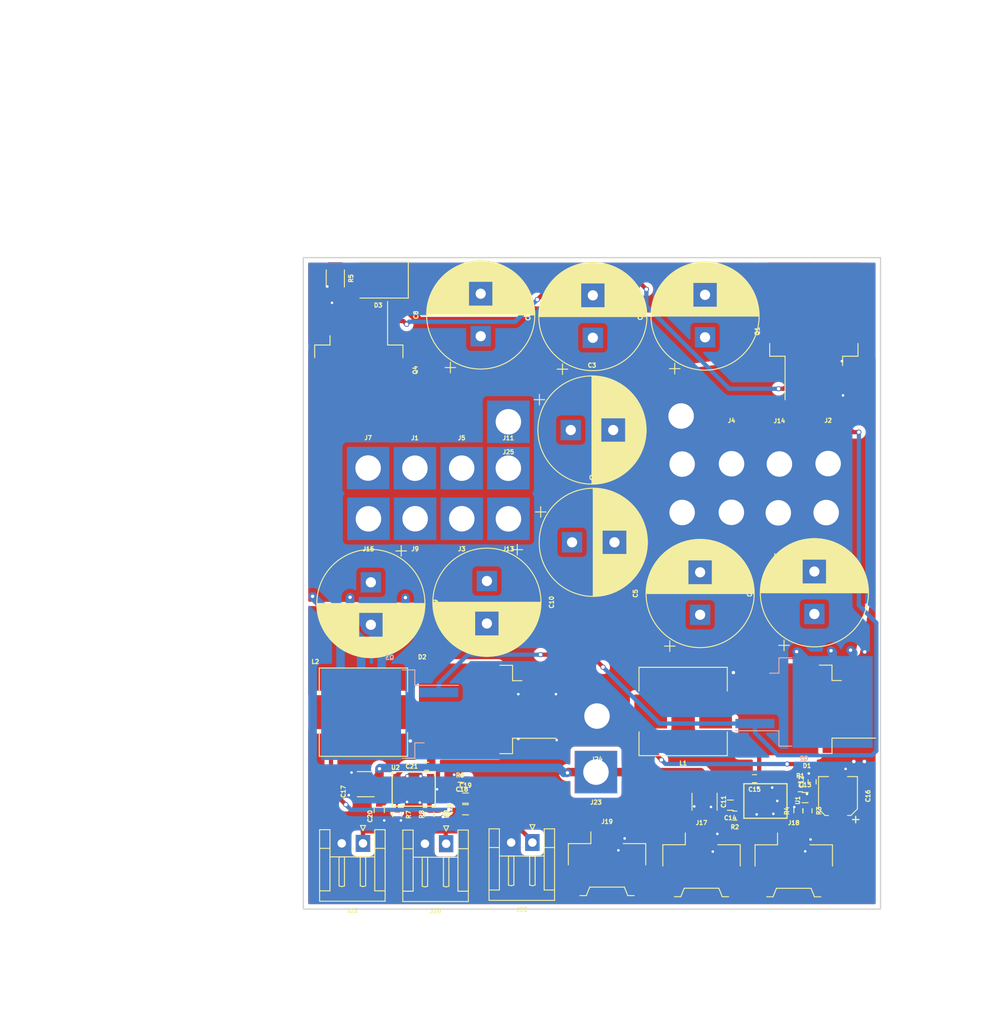
<source format=kicad_pcb>
(kicad_pcb (version 4) (host pcbnew 4.0.7)
  (layers (0 F.Cu signal) (1 In1.Cu signal) (2 In2.Cu signal) (31 B.Cu signal) (35 F.Paste user) (37 F.SilkS user) (39 F.Mask user) (44 Edge.Cuts user))
  (net 0 "")
  (net 1 +12V)
  (net 2 GND)
  (net 3 +48V)
  (net 4 "Net-(C12-Pad1)")
  (net 5 "Net-(C13-Pad1)")
  (net 6 "Net-(C14-Pad1)")
  (net 7 "Net-(C15-Pad1)")
  (net 8 "Net-(C15-Pad2)")
  (net 9 +12P)
  (net 10 "Net-(C18-Pad1)")
  (net 11 "Net-(C19-Pad1)")
  (net 12 "Net-(C20-Pad1)")
  (net 13 "Net-(C21-Pad1)")
  (net 14 "Net-(C21-Pad2)")
  (net 15 +5V)
  (net 16 "/Overvoltage protection/GATE")
  (net 17 "Net-(R2-Pad1)")
  (net 18 "Net-(R3-Pad2)")
  (net 19 "Net-(R7-Pad1)")
  (net 20 "Net-(R8-Pad2)")
  (module MB_LIB:via (layer F.Cu) (at 139.76 94.49)
    (fp_text reference " " (at 0 1.27) (layer F.SilkS))
    (fp_text value " ")
    (pad 1 thru_hole circle (at 0 0) (size 0.5 0.5) (drill 0.3) (layers *.Cu *.Mask) (net 2 GND))
  )
  (module MB_LIB:via (layer F.Cu) (at 135.33 94.49)
    (fp_text reference " " (at 0 1.27) (layer F.SilkS))
    (fp_text value " ")
    (pad 1 thru_hole circle (at 0 0) (size 0.5 0.5) (drill 0.3) (layers *.Cu *.Mask) (net 2 GND))
  )
  (module MB_LIB:via (layer F.Cu) (at 173.45 55.28)
    (fp_text reference " " (at 0 1.27) (layer F.SilkS))
    (fp_text value " ")
    (pad 1 thru_hole circle (at 0 0) (size 0.5 0.5) (drill 0.3) (layers *.Cu *.Mask) (net 2 GND))
  )
  (module MB_LIB:via (layer F.Cu) (at 173.58 59.31)
    (fp_text reference " " (at 0 1.27) (layer F.SilkS))
    (fp_text value " ")
    (pad 1 thru_hole circle (at 0 0) (size 0.5 0.5) (drill 0.3) (layers *.Cu *.Mask) (net 2 GND))
  )
  (module MB_LIB:via (layer F.Cu) (at 147.12 112.88)
    (fp_text reference " " (at 0 1.27) (layer F.SilkS))
    (fp_text value " ")
    (pad 1 thru_hole circle (at 0 0) (size 0.5 0.5) (drill 0.3) (layers *.Cu *.Mask) (net 2 GND))
  )
  (module MB_LIB:via (layer F.Cu) (at 158.24 113.03)
    (fp_text reference " " (at 0 1.27) (layer F.SilkS))
    (fp_text value " ")
    (pad 1 thru_hole circle (at 0 0) (size 0.5 0.5) (drill 0.3) (layers *.Cu *.Mask) (net 2 GND))
  )
  (module MB_LIB:via (layer F.Cu) (at 169.13 113)
    (fp_text reference " " (at 0 1.27) (layer F.SilkS))
    (fp_text value " ")
    (pad 1 thru_hole circle (at 0 0) (size 0.5 0.5) (drill 0.3) (layers *.Cu *.Mask) (net 2 GND))
  )
  (module MB_LIB:via (layer F.Cu) (at 169.76 111.6)
    (fp_text reference " " (at 0 1.27) (layer F.SilkS))
    (fp_text value " ")
    (pad 1 thru_hole circle (at 0 0) (size 0.5 0.5) (drill 0.3) (layers *.Cu *.Mask) (net 2 GND))
  )
  (module MB_LIB:via (layer F.Cu) (at 147.86 111.48)
    (fp_text reference " " (at 0 1.27) (layer F.SilkS))
    (fp_text value " ")
    (pad 1 thru_hole circle (at 0 0) (size 0.5 0.5) (drill 0.3) (layers *.Cu *.Mask) (net 2 GND))
  )
  (module MB_LIB:via (layer F.Cu) (at 158.78 110.94)
    (fp_text reference " " (at 0 1.27) (layer F.SilkS))
    (fp_text value " ")
    (pad 1 thru_hole circle (at 0 0) (size 0.5 0.5) (drill 0.3) (layers *.Cu *.Mask) (net 2 GND))
  )
  (module MB_LIB:via (layer F.Cu) (at 158.03 107.77)
    (fp_text reference " " (at 0 1.27) (layer F.SilkS))
    (fp_text value " ")
    (pad 1 thru_hole circle (at 0 0) (size 0.5 0.5) (drill 0.3) (layers *.Cu *.Mask) (net 2 GND))
  )
  (module MB_LIB:via (layer F.Cu) (at 156.06 107.71)
    (fp_text reference " " (at 0 1.27) (layer F.SilkS))
    (fp_text value " ")
    (pad 1 thru_hole circle (at 0 0) (size 0.5 0.5) (drill 0.3) (layers *.Cu *.Mask) (net 2 GND))
  )
  (module MB_LIB:via (layer F.Cu) (at 135.33 99.77)
    (fp_text reference " " (at 0 1.27) (layer F.SilkS))
    (fp_text value " ")
    (pad 1 thru_hole circle (at 0 0) (size 0.5 0.5) (drill 0.3) (layers *.Cu *.Mask) (net 2 GND))
  )
  (module MB_LIB:via (layer F.Cu) (at 139.85 99.9)
    (fp_text reference " " (at 0 1.27) (layer F.SilkS))
    (fp_text value " ")
    (pad 1 thru_hole circle (at 0 0) (size 0.5 0.5) (drill 0.3) (layers *.Cu *.Mask) (net 2 GND))
  )
  (module MB_LIB:via (layer F.Cu) (at 127.78 103.98)
    (fp_text reference " " (at 0 1.27) (layer F.SilkS))
    (fp_text value " ")
    (pad 1 thru_hole circle (at 0 0) (size 0.5 0.5) (drill 0.3) (layers *.Cu *.Mask) (net 2 GND))
  )
  (module MB_LIB:via (layer F.Cu) (at 115.68 103.72)
    (fp_text reference " " (at 0 1.27) (layer F.SilkS))
    (fp_text value " ")
    (pad 1 thru_hole circle (at 0 0) (size 0.5 0.5) (drill 0.3) (layers *.Cu *.Mask) (net 2 GND))
  )
  (module MB_LIB:via (layer F.Cu) (at 115.36 106.38)
    (fp_text reference " " (at 0 1.27) (layer F.SilkS))
    (fp_text value " ")
    (pad 1 thru_hole circle (at 0 0) (size 0.5 0.5) (drill 0.3) (layers *.Cu *.Mask) (net 2 GND))
  )
  (module MB_LIB:via (layer F.Cu) (at 119.54 109.36)
    (fp_text reference " " (at 0 1.27) (layer F.SilkS))
    (fp_text value " ")
    (pad 1 thru_hole circle (at 0 0) (size 0.5 0.5) (drill 0.3) (layers *.Cu *.Mask) (net 2 GND))
  )
  (module MB_LIB:via (layer F.Cu) (at 121.5 109.36)
    (fp_text reference " " (at 0 1.27) (layer F.SilkS))
    (fp_text value " ")
    (pad 1 thru_hole circle (at 0 0) (size 0.5 0.5) (drill 0.3) (layers *.Cu *.Mask) (net 2 GND))
  )
  (module MB_LIB:via (layer F.Cu) (at 112.83 46.49)
    (fp_text reference " " (at 0 1.27) (layer F.SilkS))
    (fp_text value " ")
    (pad 1 thru_hole circle (at 0 0) (size 0.5 0.5) (drill 0.3) (layers *.Cu *.Mask) (net 2 GND))
  )
  (module MB_LIB:via (layer F.Cu) (at 113.38 48.41)
    (fp_text reference " " (at 0 1.27) (layer F.SilkS))
    (fp_text value " ")
    (pad 1 thru_hole circle (at 0 0) (size 0.5 0.5) (drill 0.3) (layers *.Cu *.Mask) (net 2 GND))
  )
  (module MB_LIB:via (layer F.Cu) (at 126.44 108.96)
    (fp_text reference " " (at 0 1.27) (layer F.SilkS))
    (fp_text value " ")
    (pad 1 thru_hole circle (at 0 0) (size 0.5 0.5) (drill 0.3) (layers *.Cu *.Mask) (net 2 GND))
  )
  (module MB_LIB:via (layer F.Cu) (at 165.84 107.06)
    (fp_text reference " " (at 0 1.27) (layer F.SilkS))
    (fp_text value " ")
    (pad 1 thru_hole circle (at 0 0) (size 0.5 0.5) (drill 0.3) (layers *.Cu *.Mask) (net 2 GND))
  )
  (module MB_LIB:via (layer F.Cu) (at 125.77 105.69)
    (fp_text reference " " (at 0 1.27) (layer F.SilkS))
    (fp_text value " ")
    (pad 1 thru_hole circle (at 0 0) (size 0.5 0.5) (drill 0.3) (layers *.Cu *.Mask) (net 2 GND))
  )
  (module MB_LIB:via (layer F.Cu) (at 123.73 107.25)
    (fp_text reference " " (at 0 1.27) (layer F.SilkS))
    (fp_text value " ")
    (pad 1 thru_hole circle (at 0 0) (size 0.5 0.5) (drill 0.3) (layers *.Cu *.Mask) (net 2 GND))
  )
  (module MB_LIB:via (layer F.Cu) (at 122.22 107.18)
    (fp_text reference " " (at 0 1.27) (layer F.SilkS))
    (fp_text value " ")
    (pad 1 thru_hole circle (at 0 0) (size 0.5 0.5) (drill 0.3) (layers *.Cu *.Mask) (net 2 GND))
  )
  (module MB_LIB:via (layer F.Cu) (at 123.82 104.16)
    (fp_text reference " " (at 0 1.27) (layer F.SilkS))
    (fp_text value " ")
    (pad 1 thru_hole circle (at 0 0) (size 0.5 0.5) (drill 0.3) (layers *.Cu *.Mask) (net 2 GND))
  )
  (module MB_LIB:via (layer F.Cu) (at 122.26 104.14)
    (fp_text reference " " (at 0 1.27) (layer F.SilkS))
    (fp_text value " ")
    (pad 1 thru_hole circle (at 0 0) (size 0.5 0.5) (drill 0.3) (layers *.Cu *.Mask) (net 2 GND))
  )
  (module MB_LIB:via (layer F.Cu) (at 165.24 105.49)
    (fp_text reference " " (at 0 1.27) (layer F.SilkS))
    (fp_text value " ")
    (pad 1 thru_hole circle (at 0 0) (size 0.5 0.5) (drill 0.3) (layers *.Cu *.Mask) (net 2 GND))
  )
  (module MB_LIB:via (layer F.Cu) (at 163.55 105.49)
    (fp_text reference " " (at 0 1.27) (layer F.SilkS))
    (fp_text value " ")
    (pad 1 thru_hole circle (at 0 0) (size 0.5 0.5) (drill 0.3) (layers *.Cu *.Mask) (net 2 GND))
  )
  (module MB_LIB:via (layer F.Cu) (at 163.41 108.65)
    (fp_text reference " " (at 0 1.27) (layer F.SilkS))
    (fp_text value " ")
    (pad 1 thru_hole circle (at 0 0) (size 0.5 0.5) (drill 0.3) (layers *.Cu *.Mask) (net 2 GND))
  )
  (module MB_LIB:via (layer F.Cu) (at 165.38 108.58)
    (fp_text reference " " (at 0 1.27) (layer F.SilkS))
    (fp_text value " ")
    (pad 1 thru_hole circle (at 0 0) (size 0.5 0.5) (drill 0.3) (layers *.Cu *.Mask) (net 2 GND))
  )
  (module MB_LIB:via (layer F.Cu) (at 167.84 107.78)
    (fp_text reference " " (at 0 1.27) (layer F.SilkS))
    (fp_text value " ")
    (pad 1 thru_hole circle (at 0 0) (size 0.5 0.5) (drill 0.3) (layers *.Cu *.Mask) (net 2 GND))
  )
  (module MB_LIB:via (layer F.Cu) (at 169.34 106.24)
    (fp_text reference " " (at 0 1.27) (layer F.SilkS))
    (fp_text value " ")
    (pad 1 thru_hole circle (at 0 0) (size 0.5 0.5) (drill 0.3) (layers *.Cu *.Mask) (net 2 GND))
  )
  (module MB_LIB:via (layer F.Cu) (at 169.55 103.83)
    (fp_text reference " " (at 0 1.27) (layer F.SilkS))
    (fp_text value " ")
    (pad 1 thru_hole circle (at 0 0) (size 0.5 0.5) (drill 0.3) (layers *.Cu *.Mask) (net 2 GND))
  )
  (module Capacitor_THT:CP_Radial_D12.5mm_P5.00mm (layer F.Cu) (at 157.33 52.47 90)
    (fp_text reference C2 (at 2.5 -7.62 90) (layer F.SilkS) (effects (font (size 0.5 0.5) (thickness 0.125))))
    (fp_text value 2m2)
    (pad 1 thru_hole rect (at 0 0 90) (size 2.4 2.4) (drill 1.2) (layers *.Cu *.Mask) (net 1 +12V))
    (pad 2 thru_hole circle (at 5 0 90) (size 2.4 2.4) (drill 1.2) (layers *.Cu *.Mask) (net 2 GND))
  )
  (module Capacitor_THT:CP_Radial_D12.5mm_P5.00mm (layer F.Cu) (at 141.51 63.39)
    (fp_text reference C3 (at 2.5 -7.62) (layer F.SilkS) (effects (font (size 0.5 0.5) (thickness 0.125))))
    (fp_text value 2m2)
    (pad 1 thru_hole rect (at 0 0) (size 2.4 2.4) (drill 1.2) (layers *.Cu *.Mask) (net 1 +12V))
    (pad 2 thru_hole circle (at 5 0) (size 2.4 2.4) (drill 1.2) (layers *.Cu *.Mask) (net 2 GND))
  )
  (module Capacitor_THT:CP_Radial_D12.5mm_P5.00mm (layer F.Cu) (at 170.21 85.05 90)
    (fp_text reference C4 (at 2.5 -7.62 90) (layer F.SilkS) (effects (font (size 0.5 0.5) (thickness 0.125))))
    (fp_text value 2m2)
    (pad 1 thru_hole rect (at 0 0 90) (size 2.4 2.4) (drill 1.2) (layers *.Cu *.Mask) (net 1 +12V))
    (pad 2 thru_hole circle (at 5 0 90) (size 2.4 2.4) (drill 1.2) (layers *.Cu *.Mask) (net 2 GND))
  )
  (module Capacitor_THT:CP_Radial_D12.5mm_P5.00mm (layer F.Cu) (at 156.75 85.14 90)
    (fp_text reference C5 (at 2.5 -7.62 90) (layer F.SilkS) (effects (font (size 0.5 0.5) (thickness 0.125))))
    (fp_text value 2m2)
    (pad 1 thru_hole rect (at 0 0 90) (size 2.4 2.4) (drill 1.2) (layers *.Cu *.Mask) (net 1 +12V))
    (pad 2 thru_hole circle (at 5 0 90) (size 2.4 2.4) (drill 1.2) (layers *.Cu *.Mask) (net 2 GND))
  )
  (module Capacitor_THT:CP_Radial_D12.5mm_P5.00mm (layer F.Cu) (at 141.66 76.61)
    (fp_text reference C6 (at 2.5 -7.62) (layer F.SilkS) (effects (font (size 0.5 0.5) (thickness 0.125))))
    (fp_text value 2m2)
    (pad 1 thru_hole rect (at 0 0) (size 2.4 2.4) (drill 1.2) (layers *.Cu *.Mask) (net 1 +12V))
    (pad 2 thru_hole circle (at 5 0) (size 2.4 2.4) (drill 1.2) (layers *.Cu *.Mask) (net 2 GND))
  )
  (module Capacitor_THT:CP_Radial_D12.5mm_P5.00mm (layer F.Cu) (at 144.11 52.53 90)
    (fp_text reference C7 (at 2.5 -7.62 90) (layer F.SilkS) (effects (font (size 0.5 0.5) (thickness 0.125))))
    (fp_text value 2m2)
    (pad 1 thru_hole rect (at 0 0 90) (size 2.4 2.4) (drill 1.2) (layers *.Cu *.Mask) (net 1 +12V))
    (pad 2 thru_hole circle (at 5 0 90) (size 2.4 2.4) (drill 1.2) (layers *.Cu *.Mask) (net 2 GND))
  )
  (module Capacitor_THT:CP_Radial_D12.5mm_P5.00mm (layer F.Cu) (at 130.9 52.34 90)
    (fp_text reference C8 (at 2.5 -7.62 90) (layer F.SilkS) (effects (font (size 0.5 0.5) (thickness 0.125))))
    (fp_text value 2m2)
    (pad 1 thru_hole rect (at 0 0 90) (size 2.4 2.4) (drill 1.2) (layers *.Cu *.Mask) (net 1 +12V))
    (pad 2 thru_hole circle (at 5 0 90) (size 2.4 2.4) (drill 1.2) (layers *.Cu *.Mask) (net 2 GND))
  )
  (module Capacitor_THT:CP_Radial_D12.5mm_P5.00mm (layer F.Cu) (at 117.96 81.32 270)
    (fp_text reference C9 (at 2.5 -7.62 270) (layer F.SilkS) (effects (font (size 0.5 0.5) (thickness 0.125))))
    (fp_text value 2m2)
    (pad 1 thru_hole rect (at 0 0 270) (size 2.4 2.4) (drill 1.2) (layers *.Cu *.Mask) (net 1 +12V))
    (pad 2 thru_hole circle (at 5 0 270) (size 2.4 2.4) (drill 1.2) (layers *.Cu *.Mask) (net 2 GND))
  )
  (module Capacitor_THT:CP_Radial_D12.5mm_P5.00mm (layer F.Cu) (at 131.63 81.17 270)
    (fp_text reference C10 (at 2.5 -7.62 270) (layer F.SilkS) (effects (font (size 0.5 0.5) (thickness 0.125))))
    (fp_text value 2m2)
    (pad 1 thru_hole rect (at 0 0 270) (size 2.4 2.4) (drill 1.2) (layers *.Cu *.Mask) (net 1 +12V))
    (pad 2 thru_hole circle (at 5 0 270) (size 2.4 2.4) (drill 1.2) (layers *.Cu *.Mask) (net 2 GND))
  )
  (module Capacitors_SMD:C_1210 (layer F.Cu) (at 157.269847 107.155339 270)
    (fp_text reference C11 (at 0 -2.25 270) (layer F.SilkS) (effects (font (size 0.5 0.5) (thickness 0.125))))
    (fp_text value 3.3uF)
    (pad 1 smd rect (at -1.5 0 270) (size 1 2.5) (layers F.Cu F.Paste F.Mask) (net 3 +48V))
    (pad 2 smd rect (at 1.5 0 270) (size 1 2.5) (layers F.Cu F.Paste F.Mask) (net 2 GND))
  )
  (module Capacitors_SMD:C_0402 (layer F.Cu) (at 169.944007 104.820715 90)
    (fp_text reference C12 (at 0 -1.27 90) (layer F.SilkS) (effects (font (size 0.5 0.5) (thickness 0.125))))
    (fp_text value 750pF50V)
    (pad 1 smd rect (at -0.55 0 90) (size 0.6 0.5) (layers F.Cu F.Paste F.Mask) (net 4 "Net-(C12-Pad1)"))
    (pad 2 smd rect (at 0.55 0 90) (size 0.6 0.5) (layers F.Cu F.Paste F.Mask) (net 2 GND))
  )
  (module Capacitors_SMD:C_0603 (layer F.Cu) (at 169.124007 106.670715)
    (fp_text reference C13 (at 0 -1.5) (layer F.SilkS) (effects (font (size 0.5 0.5) (thickness 0.125))))
    (fp_text value 6.8pF100V)
    (pad 2 smd rect (at 0.75 0) (size 0.8 0.75) (layers F.Cu F.Paste F.Mask) (net 2 GND))
    (pad 1 smd rect (at -0.75 0) (size 0.8 0.75) (layers F.Cu F.Paste F.Mask) (net 5 "Net-(C13-Pad1)"))
  )
  (module Capacitors_SMD:C_0603 (layer F.Cu) (at 160.304007 107.560715 180)
    (fp_text reference C14 (at 0 -1.5 180) (layer F.SilkS) (effects (font (size 0.5 0.5) (thickness 0.125))))
    (fp_text value 2.7nF50V)
    (pad 2 smd rect (at 0.75 0 180) (size 0.8 0.75) (layers F.Cu F.Paste F.Mask) (net 2 GND))
    (pad 1 smd rect (at -0.75 0 180) (size 0.8 0.75) (layers F.Cu F.Paste F.Mask) (net 6 "Net-(C14-Pad1)"))
  )
  (module Capacitors_SMD:C_0402 (layer F.Cu) (at 163.16 104.44 180)
    (fp_text reference C15 (at 0 -1.27 180) (layer F.SilkS) (effects (font (size 0.5 0.5) (thickness 0.125))))
    (fp_text value 100nF)
    (pad 1 smd rect (at -0.55 0 180) (size 0.6 0.5) (layers F.Cu F.Paste F.Mask) (net 7 "Net-(C15-Pad1)"))
    (pad 2 smd rect (at 0.55 0 180) (size 0.6 0.5) (layers F.Cu F.Paste F.Mask) (net 8 "Net-(C15-Pad2)"))
  )
  (module Capacitor_SMD:CP_Elec_4x5.3 (layer F.Cu) (at 172.989847 106.485339 90)
    (fp_text reference C16 (at 0 3.54 90) (layer F.SilkS) (effects (font (size 0.5 0.5) (thickness 0.125))))
    (fp_text value 4.7uF)
    (fp_text user + (at -2.77 2.01 90) (layer F.SilkS))
    (pad 1 smd rect (at -1.8 0 270) (size 2.6 1.6) (layers F.Cu F.Paste F.Mask) (net 9 +12P))
    (pad 2 smd rect (at 1.8 0 270) (size 2.6 1.6) (layers F.Cu F.Paste F.Mask) (net 2 GND))
  )
  (module Capacitors_SMD:C_1210 (layer F.Cu) (at 117.356567 105.090779 180)
    (fp_text reference C17 (at 2.636567 -0.859221 270) (layer F.SilkS) (effects (font (size 0.5 0.5) (thickness 0.125))))
    (fp_text value 3.3uF)
    (pad 1 smd rect (at -1.5 0 180) (size 1 2.5) (layers F.Cu F.Paste F.Mask) (net 3 +48V))
    (pad 2 smd rect (at 1.5 0 180) (size 1 2.5) (layers F.Cu F.Paste F.Mask) (net 2 GND))
  )
  (module Capacitors_SMD:C_0402 (layer F.Cu) (at 128.686567 104.430779 180)
    (fp_text reference C18 (at 0 -1.27 180) (layer F.SilkS) (effects (font (size 0.5 0.5) (thickness 0.125))))
    (fp_text value 1.8nF50V)
    (pad 1 smd rect (at -0.55 0 180) (size 0.6 0.5) (layers F.Cu F.Paste F.Mask) (net 10 "Net-(C18-Pad1)"))
    (pad 2 smd rect (at 0.55 0 180) (size 0.6 0.5) (layers F.Cu F.Paste F.Mask) (net 2 GND))
  )
  (module Capacitors_SMD:C_0603 (layer F.Cu) (at 129.106567 106.730779)
    (fp_text reference C19 (at 0 -1.5) (layer F.SilkS) (effects (font (size 0.5 0.5) (thickness 0.125))))
    (fp_text value 6.8pF100V)
    (pad 2 smd rect (at 0.75 0) (size 0.8 0.75) (layers F.Cu F.Paste F.Mask) (net 2 GND))
    (pad 1 smd rect (at -0.75 0) (size 0.8 0.75) (layers F.Cu F.Paste F.Mask) (net 11 "Net-(C19-Pad1)"))
  )
  (module Capacitors_SMD:C_0603 (layer F.Cu) (at 118.946567 108.100779 270)
    (fp_text reference C20 (at 0.779221 1.076567 270) (layer F.SilkS) (effects (font (size 0.5 0.5) (thickness 0.125))))
    (fp_text value 2.7nF50V)
    (pad 2 smd rect (at 0.75 0 270) (size 0.8 0.75) (layers F.Cu F.Paste F.Mask) (net 2 GND))
    (pad 1 smd rect (at -0.75 0 270) (size 0.8 0.75) (layers F.Cu F.Paste F.Mask) (net 12 "Net-(C20-Pad1)"))
  )
  (module Capacitors_SMD:C_0402 (layer F.Cu) (at 124.521431 102.987911 180)
    (fp_text reference C21 (at 1.74 0 180) (layer F.SilkS) (effects (font (size 0.5 0.5) (thickness 0.125))))
    (fp_text value 100nF)
    (pad 1 smd rect (at -0.55 0 180) (size 0.6 0.5) (layers F.Cu F.Paste F.Mask) (net 13 "Net-(C21-Pad1)"))
    (pad 2 smd rect (at 0.55 0 180) (size 0.6 0.5) (layers F.Cu F.Paste F.Mask) (net 14 "Net-(C21-Pad2)"))
  )
  (module Capacitors_SMD:C_0603 (layer F.Cu) (at 129.11 108.1)
    (fp_text reference C22 (at -1.817911 -0.058569 90) (layer F.SilkS) (effects (font (size 0.5 0.5) (thickness 0.125))))
    (fp_text value 47uF)
    (pad 2 smd rect (at 0.75 0) (size 0.8 0.75) (layers F.Cu F.Paste F.Mask) (net 2 GND))
    (pad 1 smd rect (at -0.75 0) (size 0.8 0.75) (layers F.Cu F.Paste F.Mask) (net 15 +5V))
  )
  (module TO_SOT_Packages_SMD:TO-263-2 (layer F.Cu) (at 169.3344 96.275012 180)
    (fp_text reference D1 (at 0 -6.65 180) (layer F.SilkS) (effects (font (size 0.5 0.5) (thickness 0.125))))
    (fp_text value STPS20M100S)
    (pad 1 smd rect (at -5.775 -2.54 180) (size 4.6 1.1) (layers F.Cu F.Paste F.Mask) (net 2 GND))
    (pad 3 smd rect (at -5.775 2.54 180) (size 4.6 1.1) (layers F.Cu F.Paste F.Mask) (net 2 GND))
    (pad 2 smd rect (at 3.375 0 180) (size 9.4 10.8) (layers F.Cu F.Mask) (net 7 "Net-(C15-Pad1)"))
    (pad 2 smd rect (at 5.8 2.775 180) (size 4.55 5.25) (layers F.Cu F.Paste) (net 7 "Net-(C15-Pad1)"))
    (pad 2 smd rect (at 0.95 -2.775 180) (size 4.55 5.25) (layers F.Cu F.Paste) (net 7 "Net-(C15-Pad1)"))
    (pad 2 smd rect (at 5.8 -2.775 180) (size 4.55 5.25) (layers F.Cu F.Paste) (net 7 "Net-(C15-Pad1)"))
    (pad 2 smd rect (at 0.95 2.775 180) (size 4.55 5.25) (layers F.Cu F.Paste) (net 7 "Net-(C15-Pad1)"))
  )
  (module TO_SOT_Packages_SMD:TO-263-2 (layer F.Cu) (at 131.7 96.295 180)
    (fp_text reference D2 (at 7.69 6.175 180) (layer F.SilkS) (effects (font (size 0.5 0.5) (thickness 0.125))))
    (fp_text value STPS20M100S)
    (pad 1 smd rect (at -5.775 -2.54 180) (size 4.6 1.1) (layers F.Cu F.Paste F.Mask) (net 2 GND))
    (pad 3 smd rect (at -5.775 2.54 180) (size 4.6 1.1) (layers F.Cu F.Paste F.Mask) (net 2 GND))
    (pad 2 smd rect (at 3.375 0 180) (size 9.4 10.8) (layers F.Cu F.Mask) (net 13 "Net-(C21-Pad1)"))
    (pad 2 smd rect (at 5.8 2.775 180) (size 4.55 5.25) (layers F.Cu F.Paste) (net 13 "Net-(C21-Pad1)"))
    (pad 2 smd rect (at 0.95 -2.775 180) (size 4.55 5.25) (layers F.Cu F.Paste) (net 13 "Net-(C21-Pad1)"))
    (pad 2 smd rect (at 5.8 -2.775 180) (size 4.55 5.25) (layers F.Cu F.Paste) (net 13 "Net-(C21-Pad1)"))
    (pad 2 smd rect (at 0.95 2.775 180) (size 4.55 5.25) (layers F.Cu F.Paste) (net 13 "Net-(C21-Pad1)"))
  )
  (module Diodes_SMD:D_SMB (layer F.Cu) (at 118.82 45.7 180)
    (fp_text reference D3 (at 0 -3 180) (layer F.SilkS) (effects (font (size 0.5 0.5) (thickness 0.125))))
    (fp_text value "10V 3W")
    (pad 1 smd rect (at -2.15 0 180) (size 2.5 2.3) (layers F.Cu F.Paste F.Mask) (net 1 +12V))
    (pad 2 smd rect (at 2.15 0 180) (size 2.5 2.3) (layers F.Cu F.Paste F.Mask) (net 16 "/Overvoltage protection/GATE"))
  )
  (module MB_LIB:via (layer F.Cu) (at 171.83 67.34 180)
    (fp_text reference J2 (at 0 5.08 180) (layer F.SilkS) (effects (font (size 0.5 0.5) (thickness 0.125))))
    (fp_text value Conn_01x01)
    (pad 1 thru_hole circle (at 0 0 180) (size 5 5) (drill 3) (layers *.Cu *.Mask) (net 2 GND))
  )
  (module MB_LIB:via (layer F.Cu) (at 160.45 67.36 180)
    (fp_text reference J4 (at 0 5.08 180) (layer F.SilkS) (effects (font (size 0.5 0.5) (thickness 0.125))))
    (fp_text value Conn_01x01)
    (pad 1 thru_hole circle (at 0 0 180) (size 5 5) (drill 3) (layers *.Cu *.Mask) (net 2 GND))
  )
  (module MB_LIB:via (layer F.Cu) (at 154.63 67.4)
    (fp_text reference J6 (at 0 5.08) (layer F.SilkS) (effects (font (size 0.5 0.5) (thickness 0.125))))
    (fp_text value Conn_01x01)
    (pad 1 thru_hole circle (at 0 0) (size 5 5) (drill 3) (layers *.Cu *.Mask) (net 2 GND))
  )
  (module MB_LIB:via (layer F.Cu) (at 160.43 73.08)
    (fp_text reference J8 (at 0 5.08) (layer F.SilkS) (effects (font (size 0.5 0.5) (thickness 0.125))))
    (fp_text value Conn_01x01)
    (pad 1 thru_hole circle (at 0 0) (size 5 5) (drill 3) (layers *.Cu *.Mask) (net 2 GND))
  )
  (module MB_LIB:via (layer F.Cu) (at 165.96 73.14)
    (fp_text reference J10 (at 0 5.08) (layer F.SilkS) (effects (font (size 0.5 0.5) (thickness 0.125))))
    (fp_text value Conn_01x01)
    (pad 1 thru_hole circle (at 0 0) (size 5 5) (drill 3) (layers *.Cu *.Mask) (net 2 GND))
  )
  (module MB_LIB:via (layer F.Cu) (at 171.6 73.11 180)
    (fp_text reference J12 (at 0 5.08 180) (layer F.SilkS) (effects (font (size 0.5 0.5) (thickness 0.125))))
    (fp_text value Conn_01x01)
    (pad 1 thru_hole circle (at 0 0 180) (size 5 5) (drill 3) (layers *.Cu *.Mask) (net 2 GND))
  )
  (module MB_LIB:via (layer F.Cu) (at 166.09 67.39 180)
    (fp_text reference J14 (at 0 5.08 180) (layer F.SilkS) (effects (font (size 0.5 0.5) (thickness 0.125))))
    (fp_text value Conn_01x01)
    (pad 1 thru_hole circle (at 0 0 180) (size 5 5) (drill 3) (layers *.Cu *.Mask) (net 2 GND))
  )
  (module MB_LIB:via (layer F.Cu) (at 154.63 73.1)
    (fp_text reference J16 (at 0 5.08) (layer F.SilkS) (effects (font (size 0.5 0.5) (thickness 0.125))))
    (fp_text value Conn_01x01)
    (pad 1 thru_hole circle (at 0 0) (size 5 5) (drill 3) (layers *.Cu *.Mask) (net 2 GND))
  )
  (module Connector_Molex:Molex_Panelmate_53780-0370_1x03_P1.25mm_Horizontal (layer F.Cu) (at 156.915001 114.58)
    (fp_text reference J17 (at 0 -4.95) (layer F.SilkS) (effects (font (size 0.5 0.5) (thickness 0.125))))
    (fp_text value Conn_01x03)
    (pad 1 smd rect (at -1.25 -2.8) (size 0.8 1.9) (layers F.Cu F.Paste F.Mask))
    (pad 2 smd rect (at 0 -2.8) (size 0.8 1.9) (layers F.Cu F.Paste F.Mask) (net 9 +12P))
    (pad 3 smd rect (at 1.25 -2.8) (size 0.8 1.9) (layers F.Cu F.Paste F.Mask) (net 2 GND))
    (pad "" smd rect (at -4.1 2.075) (size 1.3 3.35) (layers F.Cu F.Paste F.Mask))
    (pad "" smd rect (at 4.1 2.075) (size 1.3 3.35) (layers F.Cu F.Paste F.Mask))
  )
  (module Connector_Molex:Molex_Panelmate_53780-0370_1x03_P1.25mm_Horizontal (layer F.Cu) (at 167.78 114.59)
    (fp_text reference J18 (at 0 -4.95) (layer F.SilkS) (effects (font (size 0.5 0.5) (thickness 0.125))))
    (fp_text value Conn_01x03)
    (pad 1 smd rect (at -1.25 -2.8) (size 0.8 1.9) (layers F.Cu F.Paste F.Mask))
    (pad 2 smd rect (at 0 -2.8) (size 0.8 1.9) (layers F.Cu F.Paste F.Mask) (net 9 +12P))
    (pad 3 smd rect (at 1.25 -2.8) (size 0.8 1.9) (layers F.Cu F.Paste F.Mask) (net 2 GND))
    (pad "" smd rect (at -4.1 2.075) (size 1.3 3.35) (layers F.Cu F.Paste F.Mask))
    (pad "" smd rect (at 4.1 2.075) (size 1.3 3.35) (layers F.Cu F.Paste F.Mask))
  )
  (module Connector_Molex:Molex_Panelmate_53780-0370_1x03_P1.25mm_Horizontal (layer F.Cu) (at 145.785001 114.45)
    (fp_text reference J19 (at 0 -4.95) (layer F.SilkS) (effects (font (size 0.5 0.5) (thickness 0.125))))
    (fp_text value Conn_01x03)
    (pad 1 smd rect (at -1.25 -2.8) (size 0.8 1.9) (layers F.Cu F.Paste F.Mask))
    (pad 2 smd rect (at 0 -2.8) (size 0.8 1.9) (layers F.Cu F.Paste F.Mask) (net 9 +12P))
    (pad 3 smd rect (at 1.25 -2.8) (size 0.8 1.9) (layers F.Cu F.Paste F.Mask) (net 2 GND))
    (pad "" smd rect (at -4.1 2.075) (size 1.3 3.35) (layers F.Cu F.Paste F.Mask))
    (pad "" smd rect (at 4.1 2.075) (size 1.3 3.35) (layers F.Cu F.Paste F.Mask))
  )
  (module Connector_JST:JST_EH_S02B-EH_1x02_P2.50mm_Horizontal (layer F.Cu) (at 126.83 112.1 180)
    (fp_text reference J20 (at 1.25 -7.9 180) (layer F.SilkS) (effects (font (size 0.5 0.5) (thickness 0.125))))
    (fp_text value Conn_01x02)
    (pad 1 thru_hole rect (at 0 0 180) (size 1.7 2) (drill 1) (layers *.Cu *.Mask) (net 15 +5V))
    (pad 2 thru_hole oval (at 2.5 0 180) (size 1.7 2) (drill 1) (layers *.Cu *.Mask) (net 2 GND))
  )
  (module Connector_JST:JST_EH_S02B-EH_1x02_P2.50mm_Horizontal (layer F.Cu) (at 117.03 112.06 180)
    (fp_text reference J21 (at 1.25 -7.9 180) (layer F.SilkS) (effects (font (size 0.5 0.5) (thickness 0.125))))
    (fp_text value Conn_01x02)
    (pad 1 thru_hole rect (at 0 0 180) (size 1.7 2) (drill 1) (layers *.Cu *.Mask) (net 15 +5V))
    (pad 2 thru_hole oval (at 2.5 0 180) (size 1.7 2) (drill 1) (layers *.Cu *.Mask) (net 2 GND))
  )
  (module Connector_JST:JST_EH_S02B-EH_1x02_P2.50mm_Horizontal (layer F.Cu) (at 136.99 111.96 180)
    (fp_text reference J22 (at 1.25 -7.9 180) (layer F.SilkS) (effects (font (size 0.5 0.5) (thickness 0.125))))
    (fp_text value Conn_01x02)
    (pad 1 thru_hole rect (at 0 0 180) (size 1.7 2) (drill 1) (layers *.Cu *.Mask) (net 15 +5V))
    (pad 2 thru_hole oval (at 2.5 0 180) (size 1.7 2) (drill 1) (layers *.Cu *.Mask) (net 2 GND))
  )
  (module Inductors_SMD:L_Wuerth_HCI-1050 (layer F.Cu) (at 154.75 96.53 180)
    (fp_text reference L1 (at 0 -6.1 180) (layer F.SilkS) (effects (font (size 0.5 0.5) (thickness 0.125))))
    (fp_text value 16uH)
    (pad 1 smd rect (at -3.825 0 180) (size 3.85 4) (layers F.Cu F.Paste F.Mask) (net 7 "Net-(C15-Pad1)"))
    (pad 2 smd rect (at 3.825 0 180) (size 3.85 4) (layers F.Cu F.Paste F.Mask) (net 9 +12P))
  )
  (module Inductors_SMD:L_Wuerth_HCI-1050 (layer F.Cu) (at 117.085 96.61 180)
    (fp_text reference L2 (at 5.675 5.94 360) (layer F.SilkS) (effects (font (size 0.5 0.5) (thickness 0.125))))
    (fp_text value 6.5uH)
    (pad 1 smd rect (at -3.825 0 180) (size 3.85 4) (layers F.Cu F.Paste F.Mask) (net 13 "Net-(C21-Pad1)"))
    (pad 2 smd rect (at 3.825 0 180) (size 3.85 4) (layers F.Cu F.Paste F.Mask) (net 15 +5V))
  )
  (module TO_SOT_Packages_SMD:TO-263-2 (layer F.Cu) (at 170.145 51.75 90)
    (fp_text reference Q1 (at 0 -6.65 90) (layer F.SilkS) (effects (font (size 0.5 0.5) (thickness 0.125))))
    (fp_text value IRF540S)
    (pad 1 smd rect (at -5.775 -2.54 90) (size 4.6 1.1) (layers F.Cu F.Paste F.Mask) (net 16 "/Overvoltage protection/GATE"))
    (pad 3 smd rect (at -5.775 2.54 90) (size 4.6 1.1) (layers F.Cu F.Paste F.Mask) (net 2 GND))
    (pad 2 smd rect (at 3.375 0 90) (size 9.4 10.8) (layers F.Cu F.Mask) (net 1 +12V))
    (pad 2 smd rect (at 5.8 2.775 90) (size 4.55 5.25) (layers F.Cu F.Paste) (net 1 +12V))
    (pad 2 smd rect (at 0.95 -2.775 90) (size 4.55 5.25) (layers F.Cu F.Paste) (net 1 +12V))
    (pad 2 smd rect (at 5.8 -2.775 90) (size 4.55 5.25) (layers F.Cu F.Paste) (net 1 +12V))
    (pad 2 smd rect (at 0.95 2.775 90) (size 4.55 5.25) (layers F.Cu F.Paste) (net 1 +12V))
  )
  (module TO_SOT_Packages_SMD:TO-263-2 (layer B.Cu) (at 168.985 95.41)
    (fp_text reference Q2 (at 0 6.65) (layer B.SilkS) (effects (font (size 0.5 0.5) (thickness 0.125)) (justify mirror)))
    (fp_text value IRF540S)
    (pad 1 smd rect (at -5.775 2.54) (size 4.6 1.1) (layers B.Cu) (net 16 "/Overvoltage protection/GATE"))
    (pad 3 smd rect (at -5.775 -2.54) (size 4.6 1.1) (layers B.Cu) (net 2 GND))
    (pad 2 smd rect (at 3.375 0) (size 9.4 10.8) (layers B.Cu) (net 1 +12V))
    (pad 2 smd rect (at 5.8 -2.775) (size 4.55 5.25) (layers B.Cu) (net 1 +12V))
    (pad 2 smd rect (at 0.95 2.775) (size 4.55 5.25) (layers B.Cu) (net 1 +12V))
    (pad 2 smd rect (at 5.8 2.775) (size 4.55 5.25) (layers B.Cu) (net 1 +12V))
    (pad 2 smd rect (at 0.95 -2.775) (size 4.55 5.25) (layers B.Cu) (net 1 +12V))
  )
  (module TO_SOT_Packages_SMD:TO-263-2 (layer B.Cu) (at 120.19 96.835 180)
    (fp_text reference Q3 (at 0 6.65 180) (layer B.SilkS) (effects (font (size 0.5 0.5) (thickness 0.125)) (justify mirror)))
    (fp_text value IRF540S)
    (pad 1 smd rect (at -5.775 2.54 180) (size 4.6 1.1) (layers B.Cu) (net 16 "/Overvoltage protection/GATE"))
    (pad 3 smd rect (at -5.775 -2.54 180) (size 4.6 1.1) (layers B.Cu) (net 2 GND))
    (pad 2 smd rect (at 3.375 0 180) (size 9.4 10.8) (layers B.Cu) (net 1 +12V))
    (pad 2 smd rect (at 5.8 -2.775 180) (size 4.55 5.25) (layers B.Cu) (net 1 +12V))
    (pad 2 smd rect (at 0.95 2.775 180) (size 4.55 5.25) (layers B.Cu) (net 1 +12V))
    (pad 2 smd rect (at 5.8 2.775 180) (size 4.55 5.25) (layers B.Cu) (net 1 +12V))
    (pad 2 smd rect (at 0.95 -2.775 180) (size 4.55 5.25) (layers B.Cu) (net 1 +12V))
  )
  (module TO_SOT_Packages_SMD:TO-263-2 (layer F.Cu) (at 116.54 56.33 270)
    (fp_text reference Q4 (at 0 -6.65 270) (layer F.SilkS) (effects (font (size 0.5 0.5) (thickness 0.125))))
    (fp_text value IRF540S)
    (pad 1 smd rect (at -5.775 -2.54 270) (size 4.6 1.1) (layers F.Cu F.Paste F.Mask) (net 16 "/Overvoltage protection/GATE"))
    (pad 3 smd rect (at -5.775 2.54 270) (size 4.6 1.1) (layers F.Cu F.Paste F.Mask) (net 2 GND))
    (pad 2 smd rect (at 3.375 0 270) (size 9.4 10.8) (layers F.Cu F.Mask) (net 1 +12V))
    (pad 2 smd rect (at 5.8 2.775 270) (size 4.55 5.25) (layers F.Cu F.Paste) (net 1 +12V))
    (pad 2 smd rect (at 0.95 -2.775 270) (size 4.55 5.25) (layers F.Cu F.Paste) (net 1 +12V))
    (pad 2 smd rect (at 5.8 -2.775 270) (size 4.55 5.25) (layers F.Cu F.Paste) (net 1 +12V))
    (pad 2 smd rect (at 0.95 2.775 270) (size 4.55 5.25) (layers F.Cu F.Paste) (net 1 +12V))
  )
  (module Resistors_SMD:R_0402 (layer F.Cu) (at 168.554007 105.450715)
    (fp_text reference R1 (at 0 -1.35) (layer F.SilkS) (effects (font (size 0.5 0.5) (thickness 0.125))))
    (fp_text value 61.9K)
    (pad 1 smd rect (at -0.45 0) (size 0.4 0.6) (layers F.Cu F.Paste F.Mask) (net 5 "Net-(C13-Pad1)"))
    (pad 2 smd rect (at 0.45 0) (size 0.4 0.6) (layers F.Cu F.Paste F.Mask) (net 4 "Net-(C12-Pad1)"))
  )
  (module Resistors_SMD:R_0402 (layer F.Cu) (at 160.844007 108.790715 180)
    (fp_text reference R2 (at 0 -1.35 180) (layer F.SilkS) (effects (font (size 0.5 0.5) (thickness 0.125))))
    (fp_text value 143k)
    (pad 1 smd rect (at -0.45 0 180) (size 0.4 0.6) (layers F.Cu F.Paste F.Mask) (net 17 "Net-(R2-Pad1)"))
    (pad 2 smd rect (at 0.45 0 180) (size 0.4 0.6) (layers F.Cu F.Paste F.Mask) (net 2 GND))
  )
  (module Resistors_SMD:R_0402 (layer F.Cu) (at 169.401178 108.22217 270)
    (fp_text reference R3 (at 0 -1.35 270) (layer F.SilkS) (effects (font (size 0.5 0.5) (thickness 0.125))))
    (fp_text value 147k)
    (pad 1 smd rect (at -0.45 0 270) (size 0.4 0.6) (layers F.Cu F.Paste F.Mask) (net 9 +12P))
    (pad 2 smd rect (at 0.45 0 270) (size 0.4 0.6) (layers F.Cu F.Paste F.Mask) (net 18 "Net-(R3-Pad2)"))
  )
  (module Resistors_SMD:R_0402 (layer F.Cu) (at 168.321178 108.22217 90)
    (fp_text reference R4 (at 0 -1.35 90) (layer F.SilkS) (effects (font (size 0.5 0.5) (thickness 0.125))))
    (fp_text value 10.5k)
    (pad 1 smd rect (at -0.45 0 90) (size 0.4 0.6) (layers F.Cu F.Paste F.Mask) (net 18 "Net-(R3-Pad2)"))
    (pad 2 smd rect (at 0.45 0 90) (size 0.4 0.6) (layers F.Cu F.Paste F.Mask) (net 2 GND))
  )
  (module Resistors_SMD:R_1206 (layer F.Cu) (at 113.77 45.54 270)
    (fp_text reference R5 (at 0 -1.85 270) (layer F.SilkS) (effects (font (size 0.5 0.5) (thickness 0.125))))
    (fp_text value 220R)
    (pad 1 smd rect (at -1.45 0 270) (size 0.9 1.7) (layers F.Cu F.Paste F.Mask) (net 16 "/Overvoltage protection/GATE"))
    (pad 2 smd rect (at 1.45 0 270) (size 0.9 1.7) (layers F.Cu F.Paste F.Mask) (net 2 GND))
  )
  (module Resistors_SMD:R_0402 (layer F.Cu) (at 128.466567 105.390779)
    (fp_text reference R6 (at 0 -1.35) (layer F.SilkS) (effects (font (size 0.5 0.5) (thickness 0.125))))
    (fp_text value 36.5k)
    (pad 1 smd rect (at -0.45 0) (size 0.4 0.6) (layers F.Cu F.Paste F.Mask) (net 11 "Net-(C19-Pad1)"))
    (pad 2 smd rect (at 0.45 0) (size 0.4 0.6) (layers F.Cu F.Paste F.Mask) (net 10 "Net-(C18-Pad1)"))
  )
  (module Resistors_SMD:R_0402 (layer F.Cu) (at 121.061431 108.677911 270)
    (fp_text reference R7 (at 0 -1.35 270) (layer F.SilkS) (effects (font (size 0.5 0.5) (thickness 0.125))))
    (fp_text value 147)
    (pad 1 smd rect (at -0.45 0 270) (size 0.4 0.6) (layers F.Cu F.Paste F.Mask) (net 19 "Net-(R7-Pad1)"))
    (pad 2 smd rect (at 0.45 0 270) (size 0.4 0.6) (layers F.Cu F.Paste F.Mask) (net 2 GND))
  )
  (module Resistors_SMD:R_0402 (layer F.Cu) (at 124.858515 108.662519 90)
    (fp_text reference R8 (at 0.012519 -0.908515 90) (layer F.SilkS) (effects (font (size 0.5 0.5) (thickness 0.125))))
    (fp_text value 60.4k)
    (pad 1 smd rect (at -0.45 0 90) (size 0.4 0.6) (layers F.Cu F.Paste F.Mask) (net 15 +5V))
    (pad 2 smd rect (at 0.45 0 90) (size 0.4 0.6) (layers F.Cu F.Paste F.Mask) (net 20 "Net-(R8-Pad2)"))
  )
  (module Resistors_SMD:R_0402 (layer F.Cu) (at 125.908515 108.662519 270)
    (fp_text reference R9 (at -0.042519 -0.951485 270) (layer F.SilkS) (effects (font (size 0.5 0.5) (thickness 0.125))))
    (fp_text value 11.5k)
    (pad 1 smd rect (at -0.45 0 270) (size 0.4 0.6) (layers F.Cu F.Paste F.Mask) (net 20 "Net-(R8-Pad2)"))
    (pad 2 smd rect (at 0.45 0 270) (size 0.4 0.6) (layers F.Cu F.Paste F.Mask) (net 2 GND))
  )
  (module MB_LIB:TPS54561 (layer F.Cu) (at 164.444007 107.070715 270)
    (fp_text reference U1 (at -0.08 -3.81 270) (layer F.SilkS) (effects (font (size 0.5 0.5) (thickness 0.125))))
    (fp_text value TPS54561)
    (pad 1 smd rect (at -1.6 1.98 90) (size 0.35 0.85) (layers F.Cu F.Paste F.Mask) (net 8 "Net-(C15-Pad2)"))
    (pad 2 smd rect (at -0.8 1.98 90) (size 0.35 0.85) (layers F.Cu F.Paste F.Mask) (net 3 +48V))
    (pad 3 smd rect (at 0 1.98 90) (size 0.35 0.85) (layers F.Cu F.Paste F.Mask))
    (pad 4 smd rect (at 0.8 1.98 90) (size 0.35 0.85) (layers F.Cu F.Paste F.Mask) (net 6 "Net-(C14-Pad1)"))
    (pad 5 smd rect (at 1.6 1.98 90) (size 0.35 0.85) (layers F.Cu F.Paste F.Mask) (net 17 "Net-(R2-Pad1)"))
    (pad 6 smd rect (at 1.6 -1.98 90) (size 0.35 0.85) (layers F.Cu F.Paste F.Mask) (net 18 "Net-(R3-Pad2)"))
    (pad 7 smd rect (at 0.8 -1.98 90) (size 0.35 0.85) (layers F.Cu F.Paste F.Mask) (net 5 "Net-(C13-Pad1)"))
    (pad 8 smd rect (at 0 -1.98 90) (size 0.35 0.85) (layers F.Cu F.Paste F.Mask) (net 2 GND))
    (pad 9 smd rect (at -0.8 -1.98 90) (size 0.35 0.85) (layers F.Cu F.Paste F.Mask) (net 7 "Net-(C15-Pad1)"))
    (pad 10 smd rect (at -1.6 -1.98 90) (size 0.35 0.85) (layers F.Cu F.Paste F.Mask))
    (pad 11 smd rect (at 0 0 270) (size 3 2.6) (layers F.Cu F.Paste F.Mask) (net 2 GND))
  )
  (module MB_LIB:TPS54561 (layer F.Cu) (at 123.006567 105.650779 270)
    (fp_text reference U2 (at -2.520779 2.146567 360) (layer F.SilkS) (effects (font (size 0.5 0.5) (thickness 0.125))))
    (fp_text value TPS54561)
    (pad 1 smd rect (at -1.6 1.98 90) (size 0.35 0.85) (layers F.Cu F.Paste F.Mask) (net 14 "Net-(C21-Pad2)"))
    (pad 2 smd rect (at -0.8 1.98 90) (size 0.35 0.85) (layers F.Cu F.Paste F.Mask) (net 3 +48V))
    (pad 3 smd rect (at 0 1.98 90) (size 0.35 0.85) (layers F.Cu F.Paste F.Mask))
    (pad 4 smd rect (at 0.8 1.98 90) (size 0.35 0.85) (layers F.Cu F.Paste F.Mask) (net 12 "Net-(C20-Pad1)"))
    (pad 5 smd rect (at 1.6 1.98 90) (size 0.35 0.85) (layers F.Cu F.Paste F.Mask) (net 19 "Net-(R7-Pad1)"))
    (pad 6 smd rect (at 1.6 -1.98 90) (size 0.35 0.85) (layers F.Cu F.Paste F.Mask) (net 20 "Net-(R8-Pad2)"))
    (pad 7 smd rect (at 0.8 -1.98 90) (size 0.35 0.85) (layers F.Cu F.Paste F.Mask) (net 11 "Net-(C19-Pad1)"))
    (pad 8 smd rect (at 0 -1.98 90) (size 0.35 0.85) (layers F.Cu F.Paste F.Mask) (net 2 GND))
    (pad 9 smd rect (at -0.8 -1.98 90) (size 0.35 0.85) (layers F.Cu F.Paste F.Mask) (net 13 "Net-(C21-Pad1)"))
    (pad 10 smd rect (at -1.6 -1.98 90) (size 0.35 0.85) (layers F.Cu F.Paste F.Mask))
    (pad 11 smd rect (at 0 0 270) (size 3 2.6) (layers F.Cu F.Paste F.Mask) (net 2 GND))
  )
  (module MB_LIB:via_sq (layer F.Cu) (at 123.15 68.39 180)
    (fp_text reference J1 (at 0 4.064 180) (layer F.SilkS) (effects (font (size 0.5 0.5) (thickness 0.125))))
    (fp_text value Conn_01x01)
    (pad 1 thru_hole rect (at 0 0.508 180) (size 5 5) (drill 3) (layers *.Cu *.Mask) (net 1 +12V))
  )
  (module MB_LIB:via_sq (layer F.Cu) (at 128.668172 73.327894)
    (fp_text reference J3 (at 0 4.064) (layer F.SilkS) (effects (font (size 0.5 0.5) (thickness 0.125))))
    (fp_text value Conn_01x01)
    (pad 1 thru_hole rect (at 0 0.508) (size 5 5) (drill 3) (layers *.Cu *.Mask) (net 1 +12V))
  )
  (module MB_LIB:via_sq (layer F.Cu) (at 128.656761 68.385405 180)
    (fp_text reference J5 (at 0 4.064 180) (layer F.SilkS) (effects (font (size 0.5 0.5) (thickness 0.125))))
    (fp_text value Conn_01x01)
    (pad 1 thru_hole rect (at 0 0.508 180) (size 5 5) (drill 3) (layers *.Cu *.Mask) (net 1 +12V))
  )
  (module MB_LIB:via_sq (layer F.Cu) (at 117.636267 68.373561 180)
    (fp_text reference J7 (at 0 4.064 180) (layer F.SilkS) (effects (font (size 0.5 0.5) (thickness 0.125))))
    (fp_text value Conn_01x01)
    (pad 1 thru_hole rect (at 0 0.508 180) (size 5 5) (drill 3) (layers *.Cu *.Mask) (net 1 +12V))
  )
  (module MB_LIB:via_sq (layer F.Cu) (at 123.175525 73.326743)
    (fp_text reference J9 (at 0 4.064) (layer F.SilkS) (effects (font (size 0.5 0.5) (thickness 0.125))))
    (fp_text value Conn_01x01)
    (pad 1 thru_hole rect (at 0 0.508) (size 5 5) (drill 3) (layers *.Cu *.Mask) (net 1 +12V))
  )
  (module MB_LIB:via_sq (layer F.Cu) (at 134.156761 68.395405 180)
    (fp_text reference J11 (at 0 4.064 180) (layer F.SilkS) (effects (font (size 0.5 0.5) (thickness 0.125))))
    (fp_text value Conn_01x01)
    (pad 1 thru_hole rect (at 0 0.508 180) (size 5 5) (drill 3) (layers *.Cu *.Mask) (net 1 +12V))
  )
  (module MB_LIB:via_sq (layer F.Cu) (at 134.168172 73.337894)
    (fp_text reference J13 (at 0 4.064) (layer F.SilkS) (effects (font (size 0.5 0.5) (thickness 0.125))))
    (fp_text value Conn_01x01)
    (pad 1 thru_hole rect (at 0 0.508) (size 5 5) (drill 3) (layers *.Cu *.Mask) (net 1 +12V))
  )
  (module MB_LIB:via_sq (layer F.Cu) (at 117.675525 73.336743)
    (fp_text reference J15 (at 0 4.064) (layer F.SilkS) (effects (font (size 0.5 0.5) (thickness 0.125))))
    (fp_text value Conn_01x01)
    (pad 1 thru_hole rect (at 0 0.508) (size 5 5) (drill 3) (layers *.Cu *.Mask) (net 1 +12V))
  )
  (module MB_LIB:via_sq (layer F.Cu) (at 144.48 103.162)
    (fp_text reference J23 (at 0 4.064) (layer F.SilkS) (effects (font (size 0.5 0.5) (thickness 0.125))))
    (fp_text value Conn_01x01)
    (pad 1 thru_hole rect (at 0 0.508) (size 5 5) (drill 3) (layers *.Cu *.Mask) (net 3 +48V))
  )
  (module MB_LIB:via (layer F.Cu) (at 144.6 97.07)
    (fp_text reference J24 (at 0 5.08) (layer F.SilkS) (effects (font (size 0.5 0.5) (thickness 0.125))))
    (fp_text value Conn_01x01)
    (pad 1 thru_hole circle (at 0 0) (size 5 5) (drill 3) (layers *.Cu *.Mask) (net 2 GND))
  )
  (module MB_LIB:via_sq (layer F.Cu) (at 134.16 61.912)
    (fp_text reference J25 (at 0 4.064) (layer F.SilkS) (effects (font (size 0.5 0.5) (thickness 0.125))))
    (fp_text value Conn_01x01)
    (pad 1 thru_hole rect (at 0 0.508) (size 5 5) (drill 3) (layers *.Cu *.Mask) (net 1 +12V))
  )
  (module MB_LIB:via (layer F.Cu) (at 154.51 61.74)
    (fp_text reference J26 (at 0 5.08) (layer F.SilkS) (effects (font (size 0.5 0.5) (thickness 0.125))))
    (fp_text value Conn_01x01)
    (pad 1 thru_hole circle (at 0 0) (size 5 5) (drill 3) (layers *.Cu *.Mask) (net 2 GND))
  )
  (module MB_LIB:via (layer F.Cu) (at 173.89 103.29)
    (fp_text reference " " (at 0 1.27) (layer F.SilkS))
    (fp_text value " ")
    (pad 1 thru_hole circle (at 0 0) (size 0.5 0.5) (drill 0.3) (layers *.Cu *.Mask) (net 2 GND))
  )
  (gr_line (start 110 119.8) (end 178 119.8) (layer Edge.Cuts) (width 0.15))
  (gr_line (start 110 43.09) (end 178 43.09) (layer Edge.Cuts) (width 0.15))
  (gr_line (start 178 43.09) (end 178 119.8) (layer Edge.Cuts) (width 0.15))
  (gr_line (start 110 43.09) (end 110 119.8) (layer Edge.Cuts) (width 0.15))
  (segment (start 119.24 94.06) (end 119.24 90.435) (width 1) (layer B.Cu) (net 1))
  (segment (start 119.24 90.435) (end 122.03 87.645) (width 1) (layer B.Cu) (net 1))
  (segment (start 122.03 87.645) (end 122.03 83.12) (width 1) (layer B.Cu) (net 1))
  (via (at 122.03 83.12) (size 0.6) (drill 0.4) (layers F.Cu B.Cu) (net 1))
  (segment (start 116.815 96.835) (end 116.815 87.987002) (width 1) (layer B.Cu) (net 1))
  (segment (start 116.815 87.987002) (end 115.51 86.682002) (width 1) (layer B.Cu) (net 1))
  (segment (start 115.51 86.682002) (end 115.51 83.08) (width 1) (layer B.Cu) (net 1))
  (via (at 115.51 83.08) (size 0.6) (drill 0.4) (layers F.Cu B.Cu) (net 1))
  (segment (start 114.39 94.06) (end 114.39 86.27) (width 1) (layer B.Cu) (net 1))
  (segment (start 114.39 86.27) (end 111.09 82.97) (width 1) (layer B.Cu) (net 1))
  (via (at 111.09 82.97) (size 0.6) (drill 0.4) (layers F.Cu B.Cu) (net 1))
  (segment (start 174.785 92.635) (end 174.785 89.625) (width 1) (layer B.Cu) (net 1))
  (segment (start 174.785 89.625) (end 174.47 89.31) (width 1) (layer B.Cu) (net 1))
  (via (at 174.47 89.31) (size 0.6) (drill 0.4) (layers F.Cu B.Cu) (net 1))
  (segment (start 172.36 95.41) (end 172.36 89.56) (width 1) (layer B.Cu) (net 1))
  (segment (start 172.36 89.56) (end 172.17 89.37) (width 1) (layer B.Cu) (net 1))
  (via (at 172.17 89.37) (size 0.6) (drill 0.4) (layers F.Cu B.Cu) (net 1))
  (segment (start 169.935 91.125) (end 168.29 89.48) (width 1) (layer B.Cu) (net 1))
  (segment (start 168.29 89.48) (end 168.12 89.48) (width 1) (layer B.Cu) (net 1))
  (via (at 168.12 89.48) (size 0.6) (drill 0.4) (layers F.Cu B.Cu) (net 1))
  (segment (start 169.935 92.635) (end 169.935 91.125) (width 1) (layer B.Cu) (net 1))
  (segment (start 120.97 45.7) (end 120.97 47.85) (width 1) (layer F.Cu) (net 1))
  (segment (start 120.97 47.85) (end 123.69 50.57) (width 1) (layer F.Cu) (net 1))
  (segment (start 125.965 99.375) (end 123.235 99.375) (width 0.5) (layer B.Cu) (net 2))
  (segment (start 123.235 99.375) (end 122.61 100) (width 0.5) (layer B.Cu) (net 2))
  (via (at 122.61 100) (size 0.6) (drill 0.4) (layers F.Cu B.Cu) (net 2))
  (segment (start 163.21 92.87) (end 161.59 92.87) (width 0.5) (layer B.Cu) (net 2))
  (segment (start 161.59 92.87) (end 160.67 91.95) (width 0.5) (layer B.Cu) (net 2))
  (via (at 160.67 91.95) (size 0.6) (drill 0.4) (layers F.Cu B.Cu) (net 2))
  (segment (start 175.1094 93.735012) (end 175.1094 90.540598) (width 0.5) (layer F.Cu) (net 2))
  (segment (start 175.1094 90.540598) (end 176.14 89.509998) (width 0.5) (layer F.Cu) (net 2))
  (via (at 176.14 89.509998) (size 0.6) (drill 0.4) (layers F.Cu B.Cu) (net 2))
  (segment (start 175.1094 98.815012) (end 175.1094 101.4394) (width 0.2) (layer F.Cu) (net 2))
  (segment (start 175.1094 101.4394) (end 176.1 102.43) (width 0.2) (layer F.Cu) (net 2))
  (via (at 176.1 102.43) (size 0.6) (drill 0.4) (layers F.Cu B.Cu) (net 2))
  (segment (start 175.1094 98.815012) (end 175.1094 102.1806) (width 0.2) (layer F.Cu) (net 2))
  (segment (start 175.1094 102.1806) (end 174.86 102.43) (width 0.2) (layer F.Cu) (net 2))
  (via (at 174.86 102.43) (size 0.6) (drill 0.4) (layers F.Cu B.Cu) (net 2))
  (segment (start 113.38 48.41) (end 113.38 49.935) (width 0.2) (layer F.Cu) (net 2))
  (segment (start 113.38 49.935) (end 114 50.555) (width 0.2) (layer F.Cu) (net 2))
  (segment (start 112.83 46.49) (end 113.27 46.49) (width 0.2) (layer F.Cu) (net 2))
  (segment (start 113.27 46.49) (end 113.77 46.99) (width 0.2) (layer F.Cu) (net 2))
  (segment (start 168.321178 107.77217) (end 167.84783 107.77217) (width 0.2) (layer F.Cu) (net 2))
  (segment (start 167.84783 107.77217) (end 167.84 107.78) (width 0.2) (layer F.Cu) (net 2))
  (segment (start 168.321178 107.77217) (end 168.20783 107.77217) (width 0.2) (layer F.Cu) (net 2))
  (segment (start 126.44 108.96) (end 126.061034 108.96) (width 0.2) (layer F.Cu) (net 2))
  (segment (start 126.061034 108.96) (end 125.908515 109.112519) (width 0.2) (layer F.Cu) (net 2))
  (segment (start 123.006567 105.650779) (end 124.986567 105.650779) (width 0.2) (layer F.Cu) (net 2))
  (segment (start 125.77 105.69) (end 125.025788 105.69) (width 0.2) (layer F.Cu) (net 2))
  (segment (start 125.025788 105.69) (end 124.986567 105.650779) (width 0.2) (layer F.Cu) (net 2))
  (segment (start 169.34 106.24) (end 169.443292 106.24) (width 0.2) (layer F.Cu) (net 2))
  (segment (start 169.443292 106.24) (end 169.874007 106.670715) (width 0.2) (layer F.Cu) (net 2))
  (segment (start 166.424007 107.070715) (end 165.850715 107.070715) (width 0.2) (layer F.Cu) (net 2))
  (segment (start 165.850715 107.070715) (end 165.84 107.06) (width 0.2) (layer F.Cu) (net 2))
  (segment (start 118.97 103.27) (end 118.97 104.977346) (width 1) (layer F.Cu) (net 3))
  (segment (start 118.97 104.977346) (end 118.856567 105.090779) (width 1) (layer F.Cu) (net 3))
  (segment (start 140.125736 103.18) (end 119.06 103.18) (width 1) (layer B.Cu) (net 3))
  (segment (start 119.06 103.18) (end 118.97 103.27) (width 1) (layer B.Cu) (net 3))
  (via (at 118.97 103.27) (size 0.6) (drill 0.4) (layers F.Cu B.Cu) (net 3))
  (segment (start 141.12 103.75) (end 140.695736 103.75) (width 1) (layer B.Cu) (net 3))
  (segment (start 140.695736 103.75) (end 140.125736 103.18) (width 1) (layer B.Cu) (net 3))
  (segment (start 144.48 103.67) (end 141.2 103.67) (width 1) (layer F.Cu) (net 3))
  (segment (start 141.2 103.67) (end 141.12 103.75) (width 1) (layer F.Cu) (net 3))
  (via (at 141.12 103.75) (size 0.6) (drill 0.4) (layers F.Cu B.Cu) (net 3))
  (segment (start 118.856567 105.090779) (end 120.786567 105.090779) (width 0.25) (layer F.Cu) (net 3))
  (segment (start 120.786567 105.090779) (end 121.026567 104.850779) (width 0.25) (layer F.Cu) (net 3))
  (segment (start 118.856567 105.405777) (end 118.856567 105.090779) (width 1) (layer F.Cu) (net 3))
  (segment (start 157.269847 105.655339) (end 159.019847 105.655339) (width 0.5) (layer F.Cu) (net 3))
  (segment (start 161.539007 106.270715) (end 162.464007 106.270715) (width 0.5) (layer F.Cu) (net 3))
  (segment (start 159.019847 105.655339) (end 159.635223 106.270715) (width 0.5) (layer F.Cu) (net 3))
  (segment (start 159.635223 106.270715) (end 161.539007 106.270715) (width 0.5) (layer F.Cu) (net 3))
  (segment (start 144.48 103.67) (end 156.784508 103.67) (width 1) (layer F.Cu) (net 3))
  (segment (start 156.784508 103.67) (end 157.269847 104.155339) (width 1) (layer F.Cu) (net 3))
  (segment (start 157.269847 104.155339) (end 157.269847 105.655339) (width 1) (layer F.Cu) (net 3))
  (segment (start 169.004007 105.450715) (end 169.864007 105.450715) (width 0.5) (layer F.Cu) (net 4))
  (segment (start 169.864007 105.450715) (end 169.944007 105.370715) (width 0.5) (layer F.Cu) (net 4))
  (segment (start 168.374007 106.670715) (end 167.874007 106.670715) (width 0.2) (layer F.Cu) (net 5))
  (segment (start 167.874007 106.670715) (end 166.674007 107.870715) (width 0.2) (layer F.Cu) (net 5))
  (segment (start 166.674007 107.870715) (end 166.424007 107.870715) (width 0.2) (layer F.Cu) (net 5))
  (segment (start 168.374007 106.670715) (end 168.104007 106.400715) (width 0.5) (layer F.Cu) (net 5))
  (segment (start 168.104007 106.400715) (end 168.104007 105.450715) (width 0.5) (layer F.Cu) (net 5))
  (segment (start 168.112631 106.670715) (end 168.374007 106.670715) (width 0.5) (layer F.Cu) (net 5))
  (segment (start 161.054007 107.560715) (end 161.364007 107.870715) (width 0.5) (layer F.Cu) (net 6))
  (segment (start 161.364007 107.870715) (end 162.464007 107.870715) (width 0.5) (layer F.Cu) (net 6))
  (segment (start 163.5344 99.050012) (end 168.3844 99.050012) (width 0.5) (layer F.Cu) (net 7))
  (segment (start 168.3844 93.500012) (end 163.5344 93.500012) (width 0.5) (layer F.Cu) (net 7))
  (segment (start 163.5344 93.500012) (end 163.5344 99.050012) (width 0.5) (layer F.Cu) (net 7))
  (segment (start 158.575 96.53) (end 161 96.53) (width 0.5) (layer F.Cu) (net 7))
  (segment (start 161 96.53) (end 163.520012 99.050012) (width 0.5) (layer F.Cu) (net 7))
  (segment (start 163.520012 99.050012) (end 163.5344 99.050012) (width 0.5) (layer F.Cu) (net 7))
  (segment (start 163.71 104.44) (end 163.71 99.225612) (width 0.5) (layer F.Cu) (net 7))
  (segment (start 163.71 99.225612) (end 163.5344 99.050012) (width 0.5) (layer F.Cu) (net 7))
  (segment (start 166.424007 106.270715) (end 167.034009 106.270715) (width 0.5) (layer F.Cu) (net 7))
  (segment (start 167.034009 106.270715) (end 167.299008 106.005716) (width 0.5) (layer F.Cu) (net 7))
  (segment (start 167.299008 106.005716) (end 167.299008 104.935714) (width 0.5) (layer F.Cu) (net 7))
  (segment (start 167.299008 104.935714) (end 166.803294 104.44) (width 0.5) (layer F.Cu) (net 7))
  (segment (start 166.803294 104.44) (end 164.51 104.44) (width 0.5) (layer F.Cu) (net 7))
  (segment (start 164.51 104.44) (end 163.71 104.44) (width 0.5) (layer F.Cu) (net 7))
  (segment (start 162.464007 105.470715) (end 162.464007 104.585993) (width 0.5) (layer F.Cu) (net 8))
  (segment (start 162.464007 104.585993) (end 162.61 104.44) (width 0.5) (layer F.Cu) (net 8))
  (segment (start 152.19 102.23) (end 150.925 100.965) (width 0.5) (layer F.Cu) (net 9))
  (segment (start 150.925 100.965) (end 150.925 96.53) (width 0.5) (layer F.Cu) (net 9))
  (segment (start 166.99 102.72) (end 152.68 102.72) (width 0.5) (layer B.Cu) (net 9))
  (segment (start 152.68 102.72) (end 152.19 102.23) (width 0.5) (layer B.Cu) (net 9))
  (via (at 152.19 102.23) (size 0.6) (drill 0.4) (layers F.Cu B.Cu) (net 9))
  (segment (start 171.06 107.77217) (end 172.476678 107.77217) (width 0.5) (layer F.Cu) (net 9))
  (segment (start 169.401178 107.77217) (end 171.06 107.77217) (width 0.5) (layer F.Cu) (net 9))
  (segment (start 171.06 107.77217) (end 171.06 104.026706) (width 0.5) (layer F.Cu) (net 9))
  (segment (start 171.06 104.026706) (end 169.753294 102.72) (width 0.5) (layer F.Cu) (net 9))
  (segment (start 169.753294 102.72) (end 166.99 102.72) (width 0.5) (layer F.Cu) (net 9))
  (via (at 166.99 102.72) (size 0.6) (drill 0.4) (layers F.Cu B.Cu) (net 9))
  (segment (start 172.476678 107.77217) (end 172.989847 108.285339) (width 0.5) (layer F.Cu) (net 9))
  (segment (start 167.97 110) (end 156.67 110) (width 0.5) (layer F.Cu) (net 9))
  (segment (start 171.775186 110) (end 167.97 110) (width 0.5) (layer F.Cu) (net 9))
  (segment (start 167.97 110) (end 167.78 110.19) (width 0.5) (layer F.Cu) (net 9))
  (segment (start 167.78 110.19) (end 167.78 111.79) (width 0.5) (layer F.Cu) (net 9))
  (segment (start 156.67 110) (end 145.985001 110) (width 0.5) (layer F.Cu) (net 9))
  (segment (start 156.67 110) (end 156.915001 110.245001) (width 0.5) (layer F.Cu) (net 9))
  (segment (start 156.915001 110.245001) (end 156.915001 111.78) (width 0.5) (layer F.Cu) (net 9))
  (segment (start 145.985001 110) (end 145.785001 110.2) (width 0.5) (layer F.Cu) (net 9))
  (segment (start 145.785001 110.2) (end 145.785001 111.65) (width 0.5) (layer F.Cu) (net 9))
  (segment (start 172.989847 108.285339) (end 172.989847 108.785339) (width 0.5) (layer F.Cu) (net 9))
  (segment (start 172.989847 108.785339) (end 171.775186 110) (width 0.5) (layer F.Cu) (net 9))
  (segment (start 129.236567 104.430779) (end 129.236567 105.070779) (width 0.5) (layer F.Cu) (net 10))
  (segment (start 129.236567 105.070779) (end 128.916567 105.390779) (width 0.5) (layer F.Cu) (net 10))
  (segment (start 124.986567 106.450779) (end 125.911567 106.450779) (width 0.5) (layer F.Cu) (net 11))
  (segment (start 125.911567 106.450779) (end 125.971567 106.390779) (width 0.5) (layer F.Cu) (net 11))
  (segment (start 125.971567 106.390779) (end 128.016567 106.390779) (width 0.5) (layer F.Cu) (net 11))
  (segment (start 128.016567 105.390779) (end 128.016567 106.390779) (width 0.5) (layer F.Cu) (net 11))
  (segment (start 128.016567 106.390779) (end 128.356567 106.730779) (width 0.5) (layer F.Cu) (net 11))
  (segment (start 127.946567 105.320779) (end 128.016567 105.390779) (width 0.5) (layer F.Cu) (net 11))
  (segment (start 120.591564 106.27578) (end 120.64578 106.27578) (width 0.5) (layer F.Cu) (net 12))
  (segment (start 120.64578 106.27578) (end 120.820779 106.450779) (width 0.5) (layer F.Cu) (net 12))
  (segment (start 120.820779 106.450779) (end 121.026567 106.450779) (width 0.5) (layer F.Cu) (net 12))
  (segment (start 118.946567 107.350779) (end 119.516565 107.350779) (width 0.5) (layer F.Cu) (net 12))
  (segment (start 119.516565 107.350779) (end 120.591564 106.27578) (width 0.5) (layer F.Cu) (net 12))
  (segment (start 124.986567 104.850779) (end 125.596569 104.850779) (width 0.5) (layer F.Cu) (net 13))
  (segment (start 125.596569 104.850779) (end 125.861568 104.58578) (width 0.5) (layer F.Cu) (net 13))
  (segment (start 125.861568 104.58578) (end 125.861568 103.515778) (width 0.5) (layer F.Cu) (net 13))
  (segment (start 125.861568 103.515778) (end 125.333701 102.987911) (width 0.5) (layer F.Cu) (net 13))
  (segment (start 125.333701 102.987911) (end 125.071431 102.987911) (width 0.5) (layer F.Cu) (net 13))
  (segment (start 120.91 96.61) (end 123.44 96.61) (width 1) (layer F.Cu) (net 13))
  (segment (start 123.44 96.61) (end 125.9 99.07) (width 1) (layer F.Cu) (net 13))
  (segment (start 125.071431 102.987911) (end 125.071431 99.898569) (width 1) (layer F.Cu) (net 13))
  (segment (start 125.071431 99.898569) (end 125.9 99.07) (width 1) (layer F.Cu) (net 13))
  (segment (start 123.971431 102.987911) (end 122.089435 102.987911) (width 0.5) (layer F.Cu) (net 14))
  (segment (start 122.089435 102.987911) (end 121.026567 104.050779) (width 0.5) (layer F.Cu) (net 14))
  (segment (start 127.17 108.11) (end 128.35 108.11) (width 0.5) (layer F.Cu) (net 15))
  (segment (start 128.35 108.11) (end 128.36 108.1) (width 0.5) (layer F.Cu) (net 15))
  (segment (start 115.01 107.5) (end 115.62 108.11) (width 0.5) (layer B.Cu) (net 15))
  (segment (start 115.62 108.11) (end 127.17 108.11) (width 0.5) (layer B.Cu) (net 15))
  (via (at 127.17 108.11) (size 0.6) (drill 0.4) (layers F.Cu B.Cu) (net 15))
  (segment (start 113.26 96.61) (end 113.26 105.75) (width 0.5) (layer F.Cu) (net 15))
  (segment (start 113.26 105.75) (end 115.01 107.5) (width 0.5) (layer F.Cu) (net 15))
  (via (at 115.01 107.5) (size 0.6) (drill 0.4) (layers F.Cu B.Cu) (net 15))
  (segment (start 124.858515 109.112519) (end 124.858515 109.372521) (width 0.5) (layer F.Cu) (net 15))
  (segment (start 124.858515 109.372521) (end 125.248514 109.76252) (width 0.5) (layer F.Cu) (net 15))
  (segment (start 125.248514 109.76252) (end 126.67248 109.76252) (width 0.5) (layer F.Cu) (net 15))
  (segment (start 126.67248 109.76252) (end 128.335 108.1) (width 0.5) (layer F.Cu) (net 15))
  (segment (start 128.335 108.1) (end 128.36 108.1) (width 0.5) (layer F.Cu) (net 15))
  (segment (start 126.78 110.64999) (end 117.00001 110.64999) (width 0.5) (layer F.Cu) (net 15))
  (segment (start 128.79501 110.64999) (end 126.78 110.64999) (width 0.5) (layer F.Cu) (net 15))
  (segment (start 126.78 110.64999) (end 126.78 112.05) (width 0.5) (layer F.Cu) (net 15))
  (segment (start 126.78 112.05) (end 126.83 112.1) (width 0.5) (layer F.Cu) (net 15))
  (segment (start 117.00001 110.64999) (end 117.03 110.67998) (width 0.5) (layer F.Cu) (net 15))
  (segment (start 117.03 110.67998) (end 117.03 112.06) (width 0.5) (layer F.Cu) (net 15))
  (segment (start 129.865 109.58) (end 128.79501 110.64999) (width 0.5) (layer F.Cu) (net 15))
  (segment (start 129.865 109.58) (end 134.76 109.58) (width 0.5) (layer F.Cu) (net 15))
  (segment (start 134.76 109.58) (end 136.99 111.81) (width 0.5) (layer F.Cu) (net 15))
  (segment (start 136.99 111.81) (end 136.99 111.96) (width 0.5) (layer F.Cu) (net 15))
  (segment (start 128.36 108.1) (end 128.385 108.1) (width 0.5) (layer F.Cu) (net 15))
  (segment (start 128.385 108.1) (end 129.865 109.58) (width 0.5) (layer F.Cu) (net 15))
  (segment (start 165.89 101.68) (end 177.000002 101.68) (width 0.5) (layer B.Cu) (net 16))
  (segment (start 177.000002 101.68) (end 177.510001 101.170001) (width 0.5) (layer B.Cu) (net 16))
  (segment (start 177.510001 101.170001) (end 177.510001 86.09) (width 0.5) (layer B.Cu) (net 16))
  (segment (start 177.510001 86.09) (end 175.45 84.029999) (width 0.5) (layer B.Cu) (net 16))
  (segment (start 163.21 97.95) (end 163.21 99) (width 0.5) (layer B.Cu) (net 16))
  (segment (start 163.21 99) (end 165.89 101.68) (width 0.5) (layer B.Cu) (net 16))
  (segment (start 137.95 89.84) (end 129.37 89.84) (width 0.5) (layer B.Cu) (net 16))
  (segment (start 129.37 89.84) (end 125.965 93.245) (width 0.5) (layer B.Cu) (net 16))
  (segment (start 125.965 93.245) (end 125.965 94.295) (width 0.5) (layer B.Cu) (net 16))
  (segment (start 145.31 91.31) (end 143.84 89.84) (width 0.5) (layer F.Cu) (net 16))
  (segment (start 143.84 89.84) (end 137.95 89.84) (width 0.5) (layer F.Cu) (net 16))
  (via (at 137.95 89.84) (size 0.6) (drill 0.4) (layers F.Cu B.Cu) (net 16))
  (segment (start 163.21 97.95) (end 151.95 97.95) (width 0.5) (layer B.Cu) (net 16))
  (segment (start 151.95 97.95) (end 145.31 91.31) (width 0.5) (layer B.Cu) (net 16))
  (via (at 145.31 91.31) (size 0.6) (drill 0.4) (layers F.Cu B.Cu) (net 16))
  (segment (start 175.45 63.64) (end 175.45 84.029999) (width 0.5) (layer B.Cu) (net 16))
  (segment (start 167.605 57.525) (end 168.655 57.525) (width 0.5) (layer F.Cu) (net 16))
  (segment (start 168.655 57.525) (end 174.77 63.64) (width 0.5) (layer F.Cu) (net 16))
  (segment (start 174.77 63.64) (end 175.45 63.64) (width 0.5) (layer F.Cu) (net 16))
  (via (at 175.45 63.64) (size 0.6) (drill 0.4) (layers F.Cu B.Cu) (net 16))
  (segment (start 165.99 58.53) (end 166.6 58.53) (width 0.5) (layer F.Cu) (net 16))
  (segment (start 166.6 58.53) (end 167.605 57.525) (width 0.5) (layer F.Cu) (net 16))
  (segment (start 150.42 46.82) (end 150.42 48.770002) (width 0.5) (layer B.Cu) (net 16))
  (segment (start 150.42 48.770002) (end 160.179998 58.53) (width 0.5) (layer B.Cu) (net 16))
  (segment (start 160.179998 58.53) (end 165.99 58.53) (width 0.5) (layer B.Cu) (net 16))
  (via (at 165.99 58.53) (size 0.6) (drill 0.4) (layers F.Cu B.Cu) (net 16))
  (segment (start 137.57 48.03) (end 139.720001 45.879999) (width 0.5) (layer F.Cu) (net 16))
  (segment (start 139.720001 45.879999) (end 149.479999 45.879999) (width 0.5) (layer F.Cu) (net 16))
  (segment (start 149.479999 45.879999) (end 150.42 46.82) (width 0.5) (layer F.Cu) (net 16))
  (via (at 150.42 46.82) (size 0.6) (drill 0.4) (layers F.Cu B.Cu) (net 16))
  (segment (start 122.17 50.94) (end 122.469999 50.640001) (width 0.5) (layer B.Cu) (net 16))
  (segment (start 122.469999 50.640001) (end 134.959999 50.640001) (width 0.5) (layer B.Cu) (net 16))
  (segment (start 134.959999 50.640001) (end 137.57 48.03) (width 0.5) (layer B.Cu) (net 16))
  (via (at 137.57 48.03) (size 0.6) (drill 0.4) (layers F.Cu B.Cu) (net 16))
  (segment (start 119.08 50.555) (end 121.785 50.555) (width 0.5) (layer F.Cu) (net 16))
  (segment (start 121.785 50.555) (end 122.17 50.94) (width 0.5) (layer F.Cu) (net 16))
  (via (at 122.17 50.94) (size 0.6) (drill 0.4) (layers F.Cu B.Cu) (net 16))
  (segment (start 116.67 45.7) (end 118.42 45.7) (width 0.5) (layer F.Cu) (net 16))
  (segment (start 118.42 45.7) (end 119.08 46.36) (width 0.5) (layer F.Cu) (net 16))
  (segment (start 119.08 46.36) (end 119.08 47.755) (width 0.5) (layer F.Cu) (net 16))
  (segment (start 119.08 47.755) (end 119.08 50.555) (width 0.5) (layer F.Cu) (net 16))
  (segment (start 113.77 44.09) (end 115.06 44.09) (width 0.5) (layer F.Cu) (net 16))
  (segment (start 115.06 44.09) (end 116.67 45.7) (width 0.5) (layer F.Cu) (net 16))
  (segment (start 161.294007 108.790715) (end 162.344007 108.790715) (width 0.5) (layer F.Cu) (net 17))
  (segment (start 162.344007 108.790715) (end 162.464007 108.670715) (width 0.5) (layer F.Cu) (net 17))
  (segment (start 168.82 108.67217) (end 168.08217 108.67217) (width 0.5) (layer F.Cu) (net 18))
  (segment (start 169.401178 108.67217) (end 168.82 108.67217) (width 0.5) (layer F.Cu) (net 18))
  (segment (start 168.82 108.67217) (end 168.818545 108.670715) (width 0.5) (layer F.Cu) (net 18))
  (segment (start 168.818545 108.670715) (end 166.424007 108.670715) (width 0.5) (layer F.Cu) (net 18))
  (segment (start 121.026567 107.250779) (end 121.026567 108.193047) (width 0.2) (layer F.Cu) (net 19))
  (segment (start 121.026567 108.193047) (end 121.061431 108.227911) (width 0.2) (layer F.Cu) (net 19))
  (segment (start 124.858515 108.212519) (end 124.858515 107.378831) (width 0.5) (layer F.Cu) (net 20))
  (segment (start 124.858515 107.378831) (end 124.986567 107.250779) (width 0.5) (layer F.Cu) (net 20))
  (segment (start 124.858515 108.212519) (end 125.908515 108.212519) (width 0.5) (layer F.Cu) (net 20))
  (zone (net 1) (net_name +12V) (layer F.Cu) (priority 2) (connect_pads yes (clearance 0.508)) (min_thickness 0.254) (fill yes (arc_segments 16) (thermal_gap 0.508) (thermal_bridge_width 0.508))
    (polygon (pts (xy 110.51 53.82) (xy 122.59 54) (xy 122.95 50.06) (xy 150.77 50.06) (xy 162.67 49.7) (xy 163.65 43.35) (xy 176.6 43.27) (xy 176.98 54.47) (xy 163.61 54.58) (xy 143.83 57.07) (xy 144.47 82.66) (xy 161.2 82.94) (xy 176.54 82.35) (xy 174.84 90.73) (xy 140.61 89.01) (xy 138.16 83.87) (xy 110.43 83.6)))
  )
  (zone (net 2) (net_name GND) (layer F.Cu) (connect_pads yes (clearance 0.508)) (min_thickness 0.254) (fill yes (arc_segments 16) (thermal_gap 0.508) (thermal_bridge_width 0.508))
    (polygon (pts (xy 108.72 42.27) (xy 109.05 120.65) (xy 179.78 120.79) (xy 179.86 41.99)))
  )
  (zone (net 2) (net_name GND) (layer B.Cu) (connect_pads yes (clearance 0.508)) (min_thickness 0.254) (fill yes (arc_segments 16) (thermal_gap 0.508) (thermal_bridge_width 0.508))
    (polygon (pts (xy 108.72 42.27) (xy 109.05 120.67) (xy 179.68 120.83) (xy 179.74 41.9)))
  )
)
</source>
